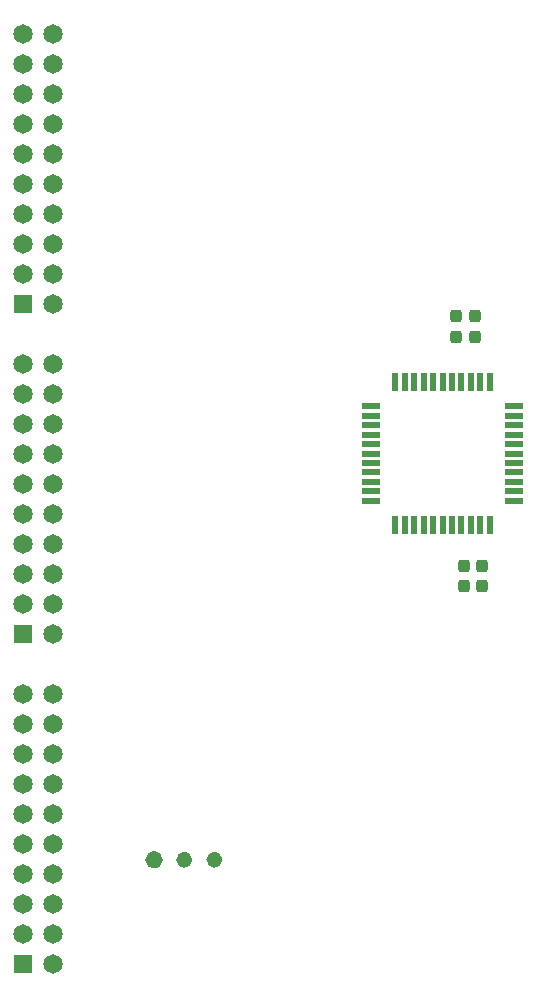
<source format=gts>
%TF.GenerationSoftware,KiCad,Pcbnew,8.0.3-8.0.3-0~ubuntu22.04.1*%
%TF.CreationDate,2024-06-07T23:15:48+01:00*%
%TF.ProjectId,0002-65C816S-minimal,30303032-2d36-4354-9338-3136532d6d69,A*%
%TF.SameCoordinates,Original*%
%TF.FileFunction,Soldermask,Top*%
%TF.FilePolarity,Negative*%
%FSLAX46Y46*%
G04 Gerber Fmt 4.6, Leading zero omitted, Abs format (unit mm)*
G04 Created by KiCad (PCBNEW 8.0.3-8.0.3-0~ubuntu22.04.1) date 2024-06-07 23:15:48*
%MOMM*%
%LPD*%
G01*
G04 APERTURE LIST*
G04 Aperture macros list*
%AMRoundRect*
0 Rectangle with rounded corners*
0 $1 Rounding radius*
0 $2 $3 $4 $5 $6 $7 $8 $9 X,Y pos of 4 corners*
0 Add a 4 corners polygon primitive as box body*
4,1,4,$2,$3,$4,$5,$6,$7,$8,$9,$2,$3,0*
0 Add four circle primitives for the rounded corners*
1,1,$1+$1,$2,$3*
1,1,$1+$1,$4,$5*
1,1,$1+$1,$6,$7*
1,1,$1+$1,$8,$9*
0 Add four rect primitives between the rounded corners*
20,1,$1+$1,$2,$3,$4,$5,0*
20,1,$1+$1,$4,$5,$6,$7,0*
20,1,$1+$1,$6,$7,$8,$9,0*
20,1,$1+$1,$8,$9,$2,$3,0*%
G04 Aperture macros list end*
%ADD10C,0.668466*%
%ADD11C,0.686396*%
%ADD12C,0.730074*%
%ADD13RoundRect,0.237500X-0.237500X0.300000X-0.237500X-0.300000X0.237500X-0.300000X0.237500X0.300000X0*%
%ADD14RoundRect,0.237500X0.237500X-0.300000X0.237500X0.300000X-0.237500X0.300000X-0.237500X-0.300000X0*%
%ADD15R,0.520000X1.500000*%
%ADD16R,1.500000X0.520000*%
%ADD17R,1.650000X1.650000*%
%ADD18C,1.650000*%
G04 APERTURE END LIST*
D10*
X141034233Y-136000000D02*
G75*
G02*
X140365767Y-136000000I-334233J0D01*
G01*
X140365767Y-136000000D02*
G75*
G02*
X141034233Y-136000000I334233J0D01*
G01*
D11*
X138493198Y-136000000D02*
G75*
G02*
X137806802Y-136000000I-343198J0D01*
G01*
X137806802Y-136000000D02*
G75*
G02*
X138493198Y-136000000I343198J0D01*
G01*
D12*
X135965037Y-136000000D02*
G75*
G02*
X135234963Y-136000000I-365037J0D01*
G01*
X135234963Y-136000000D02*
G75*
G02*
X135965037Y-136000000I365037J0D01*
G01*
D13*
%TO.C,C2*%
X163400000Y-111087500D03*
X163400000Y-112812500D03*
%TD*%
%TO.C,C4*%
X161850000Y-111087500D03*
X161850000Y-112812500D03*
%TD*%
D14*
%TO.C,C1*%
X161200000Y-91712500D03*
X161200000Y-89987500D03*
%TD*%
D15*
%TO.C,U1*%
X164020000Y-95550000D03*
X163220000Y-95550000D03*
X162420000Y-95550000D03*
X161620000Y-95550000D03*
X160820000Y-95550000D03*
X160020000Y-95550000D03*
X159220000Y-95550000D03*
X158420000Y-95550000D03*
X157620000Y-95550000D03*
X156820000Y-95550000D03*
X156020000Y-95550000D03*
D16*
X153970000Y-97600000D03*
X153970000Y-98400000D03*
X153970000Y-99200000D03*
X153970000Y-100000000D03*
X153970000Y-100800000D03*
X153970000Y-101600000D03*
X153970000Y-102400000D03*
X153970000Y-103200000D03*
X153970000Y-104000000D03*
X153970000Y-104800000D03*
X153970000Y-105600000D03*
D15*
X156020000Y-107650000D03*
X156820000Y-107650000D03*
X157620000Y-107650000D03*
X158420000Y-107650000D03*
X159220000Y-107650000D03*
X160020000Y-107650000D03*
X160820000Y-107650000D03*
X161620000Y-107650000D03*
X162420000Y-107650000D03*
X163220000Y-107650000D03*
X164020000Y-107650000D03*
D16*
X166070000Y-105600000D03*
X166070000Y-104800000D03*
X166070000Y-104000000D03*
X166070000Y-103200000D03*
X166070000Y-102400000D03*
X166070000Y-101600000D03*
X166070000Y-100800000D03*
X166070000Y-100000000D03*
X166070000Y-99200000D03*
X166070000Y-98400000D03*
X166070000Y-97600000D03*
%TD*%
D17*
%TO.C,PL2*%
X124460000Y-116840000D03*
D18*
X127000000Y-116840000D03*
X124460000Y-114300000D03*
X127000000Y-114300000D03*
X124460000Y-111760000D03*
X127000000Y-111760000D03*
X124460000Y-109220000D03*
X127000000Y-109220000D03*
X124460000Y-106680000D03*
X127000000Y-106680000D03*
X124460000Y-104140000D03*
X127000000Y-104140000D03*
X124460000Y-101600000D03*
X127000000Y-101600000D03*
X124460000Y-99060000D03*
X127000000Y-99060000D03*
X124460000Y-96520000D03*
X127000000Y-96520000D03*
X124460000Y-93980000D03*
X127000000Y-93980000D03*
%TD*%
D17*
%TO.C,PL1*%
X124460000Y-88900000D03*
D18*
X127000000Y-88900000D03*
X124460000Y-86360000D03*
X127000000Y-86360000D03*
X124460000Y-83820000D03*
X127000000Y-83820000D03*
X124460000Y-81280000D03*
X127000000Y-81280000D03*
X124460000Y-78740000D03*
X127000000Y-78740000D03*
X124460000Y-76200000D03*
X127000000Y-76200000D03*
X124460000Y-73660000D03*
X127000000Y-73660000D03*
X124460000Y-71120000D03*
X127000000Y-71120000D03*
X124460000Y-68580000D03*
X127000000Y-68580000D03*
X124460000Y-66040000D03*
X127000000Y-66040000D03*
%TD*%
D14*
%TO.C,C3*%
X162750000Y-91712500D03*
X162750000Y-89987500D03*
%TD*%
D17*
%TO.C,PL3*%
X124460000Y-144780000D03*
D18*
X127000000Y-144780000D03*
X124460000Y-142240000D03*
X127000000Y-142240000D03*
X124460000Y-139700000D03*
X127000000Y-139700000D03*
X124460000Y-137160000D03*
X127000000Y-137160000D03*
X124460000Y-134620000D03*
X127000000Y-134620000D03*
X124460000Y-132080000D03*
X127000000Y-132080000D03*
X124460000Y-129540000D03*
X127000000Y-129540000D03*
X124460000Y-127000000D03*
X127000000Y-127000000D03*
X124460000Y-124460000D03*
X127000000Y-124460000D03*
X124460000Y-121920000D03*
X127000000Y-121920000D03*
%TD*%
M02*

</source>
